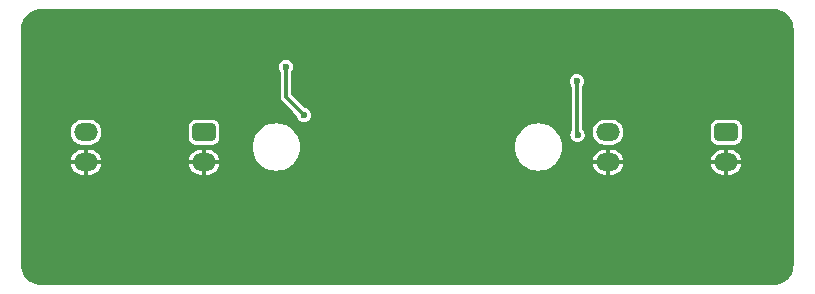
<source format=gbl>
G04 #@! TF.GenerationSoftware,KiCad,Pcbnew,8.0.6*
G04 #@! TF.CreationDate,2025-03-21T23:15:14+00:00*
G04 #@! TF.ProjectId,imu_rc_car_encoders,696d755f-7263-45f6-9361-725f656e636f,rev?*
G04 #@! TF.SameCoordinates,Original*
G04 #@! TF.FileFunction,Copper,L2,Bot*
G04 #@! TF.FilePolarity,Positive*
%FSLAX46Y46*%
G04 Gerber Fmt 4.6, Leading zero omitted, Abs format (unit mm)*
G04 Created by KiCad (PCBNEW 8.0.6) date 2025-03-21 23:15:14*
%MOMM*%
%LPD*%
G01*
G04 APERTURE LIST*
G04 Aperture macros list*
%AMRoundRect*
0 Rectangle with rounded corners*
0 $1 Rounding radius*
0 $2 $3 $4 $5 $6 $7 $8 $9 X,Y pos of 4 corners*
0 Add a 4 corners polygon primitive as box body*
4,1,4,$2,$3,$4,$5,$6,$7,$8,$9,$2,$3,0*
0 Add four circle primitives for the rounded corners*
1,1,$1+$1,$2,$3*
1,1,$1+$1,$4,$5*
1,1,$1+$1,$6,$7*
1,1,$1+$1,$8,$9*
0 Add four rect primitives between the rounded corners*
20,1,$1+$1,$2,$3,$4,$5,0*
20,1,$1+$1,$4,$5,$6,$7,0*
20,1,$1+$1,$6,$7,$8,$9,0*
20,1,$1+$1,$8,$9,$2,$3,0*%
G04 Aperture macros list end*
G04 #@! TA.AperFunction,ComponentPad*
%ADD10RoundRect,0.340500X0.659500X-0.409500X0.659500X0.409500X-0.659500X0.409500X-0.659500X-0.409500X0*%
G04 #@! TD*
G04 #@! TA.AperFunction,ComponentPad*
%ADD11O,2.000000X1.500000*%
G04 #@! TD*
G04 #@! TA.AperFunction,ViaPad*
%ADD12C,0.600000*%
G04 #@! TD*
G04 #@! TA.AperFunction,Conductor*
%ADD13C,0.300000*%
G04 #@! TD*
G04 APERTURE END LIST*
D10*
X72406606Y-23152627D03*
D11*
X72406606Y-25692627D03*
X62406606Y-25692627D03*
X62406606Y-23152627D03*
D10*
X28200000Y-23152627D03*
D11*
X28200000Y-25692627D03*
X18200000Y-25692627D03*
X18200000Y-23152627D03*
D12*
X69500000Y-32000000D03*
X39500000Y-27000000D03*
X69500000Y-27000000D03*
X54500000Y-32000000D03*
X64500000Y-32000000D03*
X54500000Y-34500000D03*
X77000000Y-32000000D03*
X67000000Y-14500000D03*
X77000000Y-27000000D03*
X19500000Y-14500000D03*
X62000000Y-14500000D03*
X52000000Y-27000000D03*
X52000000Y-29500000D03*
X32000000Y-17000000D03*
X47000000Y-34500000D03*
X27000000Y-14500000D03*
X77000000Y-29500000D03*
X57000000Y-19500000D03*
X74500000Y-17000000D03*
X22000000Y-17000000D03*
X27000000Y-32000000D03*
X22000000Y-29500000D03*
X14500000Y-14500000D03*
X69500000Y-14500000D03*
X44500000Y-32000000D03*
X59500000Y-34500000D03*
X14500000Y-29500000D03*
X69500000Y-29500000D03*
X64500000Y-17000000D03*
X32000000Y-14500000D03*
X74500000Y-29500000D03*
X14500000Y-27000000D03*
X77000000Y-14500000D03*
X64500000Y-19500000D03*
X22000000Y-27000000D03*
X24500000Y-32000000D03*
X74500000Y-22000000D03*
X77000000Y-24500000D03*
X72000000Y-29500000D03*
X77000000Y-22000000D03*
X57000000Y-32000000D03*
X22000000Y-14500000D03*
X49500000Y-24500000D03*
X24500000Y-34500000D03*
X77000000Y-19500000D03*
X42000000Y-32000000D03*
X24500000Y-19500000D03*
X57000000Y-34500000D03*
X77000000Y-34500000D03*
X24500000Y-27000000D03*
X32000000Y-22000000D03*
X74500000Y-27000000D03*
X69500000Y-17000000D03*
X72000000Y-17000000D03*
X29500000Y-14500000D03*
X74500000Y-14500000D03*
X72000000Y-34500000D03*
X77000000Y-17000000D03*
X52000000Y-22000000D03*
X22000000Y-34500000D03*
X37000000Y-34500000D03*
X72000000Y-19500000D03*
X24500000Y-14500000D03*
X29500000Y-34500000D03*
X24500000Y-29500000D03*
X62000000Y-17000000D03*
X64500000Y-29500000D03*
X27000000Y-34500000D03*
X62000000Y-29500000D03*
X14500000Y-34500000D03*
X67000000Y-17000000D03*
X72000000Y-32000000D03*
X37000000Y-27000000D03*
X14500000Y-19500000D03*
X14500000Y-32000000D03*
X19500000Y-29500000D03*
X47000000Y-32000000D03*
X19500000Y-32000000D03*
X32000000Y-27000000D03*
X54500000Y-27000000D03*
X17000000Y-29500000D03*
X17000000Y-19500000D03*
X19500000Y-34500000D03*
X59500000Y-29500000D03*
X32000000Y-34500000D03*
X74500000Y-24500000D03*
X59500000Y-32000000D03*
X62000000Y-32000000D03*
X14500000Y-17000000D03*
X19500000Y-19500000D03*
X17000000Y-14500000D03*
X62000000Y-19500000D03*
X72000000Y-14500000D03*
X57000000Y-17000000D03*
X22000000Y-19500000D03*
X27000000Y-17000000D03*
X14500000Y-24500000D03*
X54500000Y-22000000D03*
X69500000Y-34500000D03*
X22000000Y-32000000D03*
X74500000Y-32000000D03*
X69500000Y-19500000D03*
X59500000Y-14500000D03*
X74500000Y-19500000D03*
X14500000Y-22000000D03*
X57000000Y-29500000D03*
X34500000Y-34500000D03*
X67000000Y-32000000D03*
X17000000Y-32000000D03*
X64500000Y-14500000D03*
X44500000Y-34500000D03*
X19500000Y-17000000D03*
X17000000Y-34500000D03*
X62000000Y-34500000D03*
X42000000Y-34500000D03*
X29500000Y-17000000D03*
X32000000Y-29500000D03*
X74500000Y-34500000D03*
X24500000Y-17000000D03*
X39500000Y-29500000D03*
X67000000Y-34500000D03*
X67000000Y-29500000D03*
X54500000Y-29500000D03*
X52000000Y-24500000D03*
X64500000Y-34500000D03*
X17000000Y-17000000D03*
X67000000Y-19500000D03*
X59820000Y-23380000D03*
X59760000Y-18840000D03*
X35130000Y-17620000D03*
X36660000Y-21720000D03*
D13*
X35130000Y-20190000D02*
X35130000Y-17620000D01*
X59820000Y-23380000D02*
X59760000Y-23320000D01*
X59760000Y-23320000D02*
X59760000Y-18840000D01*
X36660000Y-21720000D02*
X35130000Y-20190000D01*
G04 #@! TA.AperFunction,Conductor*
G36*
X76419524Y-12715094D02*
G01*
X76442311Y-12716723D01*
X76645445Y-12731253D01*
X76666477Y-12734277D01*
X76882603Y-12781293D01*
X76902998Y-12787282D01*
X77110216Y-12864573D01*
X77129552Y-12873403D01*
X77323671Y-12979402D01*
X77341555Y-12990896D01*
X77518603Y-13123434D01*
X77534666Y-13137352D01*
X77691062Y-13293750D01*
X77704975Y-13309806D01*
X77823645Y-13468334D01*
X77837519Y-13486868D01*
X77849012Y-13504752D01*
X77955005Y-13698866D01*
X77963836Y-13718204D01*
X78041124Y-13925427D01*
X78047113Y-13945825D01*
X78094124Y-14161938D01*
X78097149Y-14182981D01*
X78113333Y-14409299D01*
X78113713Y-14419927D01*
X78113713Y-14473808D01*
X78113714Y-14473821D01*
X78113714Y-34408894D01*
X78113334Y-34419525D01*
X78097174Y-34645442D01*
X78094149Y-34666484D01*
X78047134Y-34882606D01*
X78041144Y-34903004D01*
X77963855Y-35110221D01*
X77955024Y-35129559D01*
X77849026Y-35323677D01*
X77837533Y-35341560D01*
X77704992Y-35518614D01*
X77691070Y-35534681D01*
X77534681Y-35691070D01*
X77518614Y-35704992D01*
X77341560Y-35837533D01*
X77323677Y-35849026D01*
X77129559Y-35955024D01*
X77110221Y-35963855D01*
X76903004Y-36041144D01*
X76882606Y-36047134D01*
X76666484Y-36094149D01*
X76645442Y-36097174D01*
X76450276Y-36111134D01*
X76419523Y-36113334D01*
X76408895Y-36113714D01*
X14473821Y-36113714D01*
X14473809Y-36113713D01*
X14419526Y-36113713D01*
X14408898Y-36113333D01*
X14182977Y-36097177D01*
X14161934Y-36094152D01*
X13945817Y-36047140D01*
X13925419Y-36041151D01*
X13718192Y-35963861D01*
X13698854Y-35955030D01*
X13504735Y-35849035D01*
X13486850Y-35837541D01*
X13309795Y-35705001D01*
X13293729Y-35691080D01*
X13137335Y-35534688D01*
X13123413Y-35518621D01*
X12990872Y-35341570D01*
X12979378Y-35323686D01*
X12966933Y-35300895D01*
X12873375Y-35129558D01*
X12864550Y-35110232D01*
X12787255Y-34903002D01*
X12781267Y-34882610D01*
X12769746Y-34829653D01*
X12734249Y-34666484D01*
X12731225Y-34645442D01*
X12724639Y-34553370D01*
X12715094Y-34419915D01*
X12714714Y-34409285D01*
X12714714Y-25542626D01*
X16909266Y-25542626D01*
X16909267Y-25542627D01*
X17826082Y-25542627D01*
X17800000Y-25639966D01*
X17800000Y-25745288D01*
X17826082Y-25842627D01*
X16909266Y-25842627D01*
X16940349Y-25998898D01*
X16940350Y-25998900D01*
X17019499Y-26189984D01*
X17019504Y-26189994D01*
X17134410Y-26361961D01*
X17134414Y-26361966D01*
X17280660Y-26508212D01*
X17280665Y-26508216D01*
X17452632Y-26623122D01*
X17452642Y-26623127D01*
X17643726Y-26702276D01*
X17643728Y-26702277D01*
X17846584Y-26742627D01*
X18050000Y-26742627D01*
X18050000Y-26066545D01*
X18147339Y-26092627D01*
X18252661Y-26092627D01*
X18350000Y-26066545D01*
X18350000Y-26742627D01*
X18553416Y-26742627D01*
X18756271Y-26702277D01*
X18756273Y-26702276D01*
X18947357Y-26623127D01*
X18947367Y-26623122D01*
X19119334Y-26508216D01*
X19119339Y-26508212D01*
X19265585Y-26361966D01*
X19265589Y-26361961D01*
X19380495Y-26189994D01*
X19380500Y-26189984D01*
X19459649Y-25998900D01*
X19459650Y-25998898D01*
X19490734Y-25842627D01*
X18573918Y-25842627D01*
X18600000Y-25745288D01*
X18600000Y-25639966D01*
X18573918Y-25542627D01*
X19490733Y-25542627D01*
X19490733Y-25542626D01*
X26909266Y-25542626D01*
X26909267Y-25542627D01*
X27826082Y-25542627D01*
X27800000Y-25639966D01*
X27800000Y-25745288D01*
X27826082Y-25842627D01*
X26909266Y-25842627D01*
X26940349Y-25998898D01*
X26940350Y-25998900D01*
X27019499Y-26189984D01*
X27019504Y-26189994D01*
X27134410Y-26361961D01*
X27134414Y-26361966D01*
X27280660Y-26508212D01*
X27280665Y-26508216D01*
X27452632Y-26623122D01*
X27452642Y-26623127D01*
X27643726Y-26702276D01*
X27643728Y-26702277D01*
X27846584Y-26742627D01*
X28050000Y-26742627D01*
X28050000Y-26066545D01*
X28147339Y-26092627D01*
X28252661Y-26092627D01*
X28350000Y-26066545D01*
X28350000Y-26742627D01*
X28553416Y-26742627D01*
X28756271Y-26702277D01*
X28756273Y-26702276D01*
X28947357Y-26623127D01*
X28947367Y-26623122D01*
X29119334Y-26508216D01*
X29119339Y-26508212D01*
X29265585Y-26361966D01*
X29265589Y-26361961D01*
X29380495Y-26189994D01*
X29380500Y-26189984D01*
X29459649Y-25998900D01*
X29459650Y-25998898D01*
X29490734Y-25842627D01*
X28573918Y-25842627D01*
X28600000Y-25745288D01*
X28600000Y-25639966D01*
X28573918Y-25542627D01*
X29490733Y-25542627D01*
X29490733Y-25542626D01*
X29459650Y-25386355D01*
X29459649Y-25386353D01*
X29380500Y-25195269D01*
X29380495Y-25195259D01*
X29265589Y-25023292D01*
X29265585Y-25023287D01*
X29119339Y-24877041D01*
X29119334Y-24877037D01*
X28947367Y-24762131D01*
X28947357Y-24762126D01*
X28756273Y-24682977D01*
X28756271Y-24682976D01*
X28553416Y-24642627D01*
X28350000Y-24642627D01*
X28350000Y-25318708D01*
X28252661Y-25292627D01*
X28147339Y-25292627D01*
X28050000Y-25318708D01*
X28050000Y-24642627D01*
X27846584Y-24642627D01*
X27643728Y-24682976D01*
X27643726Y-24682977D01*
X27452642Y-24762126D01*
X27452632Y-24762131D01*
X27280665Y-24877037D01*
X27280660Y-24877041D01*
X27134414Y-25023287D01*
X27134410Y-25023292D01*
X27019504Y-25195259D01*
X27019499Y-25195269D01*
X26940350Y-25386353D01*
X26940349Y-25386355D01*
X26909266Y-25542626D01*
X19490733Y-25542626D01*
X19459650Y-25386355D01*
X19459649Y-25386353D01*
X19380500Y-25195269D01*
X19380495Y-25195259D01*
X19265589Y-25023292D01*
X19265585Y-25023287D01*
X19119339Y-24877041D01*
X19119334Y-24877037D01*
X18947367Y-24762131D01*
X18947357Y-24762126D01*
X18756273Y-24682977D01*
X18756271Y-24682976D01*
X18553416Y-24642627D01*
X18350000Y-24642627D01*
X18350000Y-25318708D01*
X18252661Y-25292627D01*
X18147339Y-25292627D01*
X18050000Y-25318708D01*
X18050000Y-24642627D01*
X17846584Y-24642627D01*
X17643728Y-24682976D01*
X17643726Y-24682977D01*
X17452642Y-24762126D01*
X17452632Y-24762131D01*
X17280665Y-24877037D01*
X17280660Y-24877041D01*
X17134414Y-25023287D01*
X17134410Y-25023292D01*
X17019504Y-25195259D01*
X17019499Y-25195269D01*
X16940350Y-25386353D01*
X16940349Y-25386355D01*
X16909266Y-25542626D01*
X12714714Y-25542626D01*
X12714714Y-24414305D01*
X32304297Y-24414305D01*
X32304297Y-24414316D01*
X32324709Y-24699728D01*
X32324711Y-24699738D01*
X32385536Y-24979351D01*
X32485540Y-25247473D01*
X32622678Y-25498623D01*
X32688032Y-25585925D01*
X32794168Y-25727706D01*
X32996512Y-25930050D01*
X33088485Y-25998900D01*
X33225594Y-26101539D01*
X33387588Y-26189994D01*
X33476746Y-26238678D01*
X33744861Y-26338680D01*
X34024479Y-26399507D01*
X34024486Y-26399507D01*
X34024489Y-26399508D01*
X34309902Y-26419921D01*
X34309907Y-26419921D01*
X34309912Y-26419921D01*
X34595324Y-26399508D01*
X34595325Y-26399507D01*
X34595335Y-26399507D01*
X34874953Y-26338680D01*
X35143068Y-26238678D01*
X35282818Y-26162368D01*
X35394219Y-26101539D01*
X35406124Y-26092627D01*
X35623302Y-25930050D01*
X35825646Y-25727706D01*
X35997133Y-25498626D01*
X36134274Y-25247472D01*
X36234276Y-24979357D01*
X36295103Y-24699739D01*
X36315517Y-24414311D01*
X36315517Y-24414305D01*
X54504297Y-24414305D01*
X54504297Y-24414316D01*
X54524709Y-24699728D01*
X54524711Y-24699738D01*
X54585536Y-24979351D01*
X54685540Y-25247473D01*
X54822678Y-25498623D01*
X54888032Y-25585925D01*
X54994168Y-25727706D01*
X55196512Y-25930050D01*
X55288485Y-25998900D01*
X55425594Y-26101539D01*
X55587588Y-26189994D01*
X55676746Y-26238678D01*
X55944861Y-26338680D01*
X56224479Y-26399507D01*
X56224486Y-26399507D01*
X56224489Y-26399508D01*
X56509902Y-26419921D01*
X56509907Y-26419921D01*
X56509912Y-26419921D01*
X56795324Y-26399508D01*
X56795325Y-26399507D01*
X56795335Y-26399507D01*
X57074953Y-26338680D01*
X57343068Y-26238678D01*
X57482818Y-26162368D01*
X57594219Y-26101539D01*
X57606124Y-26092627D01*
X57823302Y-25930050D01*
X58025646Y-25727706D01*
X58164195Y-25542626D01*
X61115872Y-25542626D01*
X61115873Y-25542627D01*
X62032688Y-25542627D01*
X62006606Y-25639966D01*
X62006606Y-25745288D01*
X62032688Y-25842627D01*
X61115872Y-25842627D01*
X61146955Y-25998898D01*
X61146956Y-25998900D01*
X61226105Y-26189984D01*
X61226110Y-26189994D01*
X61341016Y-26361961D01*
X61341020Y-26361966D01*
X61487266Y-26508212D01*
X61487271Y-26508216D01*
X61659238Y-26623122D01*
X61659248Y-26623127D01*
X61850332Y-26702276D01*
X61850334Y-26702277D01*
X62053190Y-26742627D01*
X62256606Y-26742627D01*
X62256606Y-26066545D01*
X62353945Y-26092627D01*
X62459267Y-26092627D01*
X62556606Y-26066545D01*
X62556606Y-26742627D01*
X62760022Y-26742627D01*
X62962877Y-26702277D01*
X62962879Y-26702276D01*
X63153963Y-26623127D01*
X63153973Y-26623122D01*
X63325940Y-26508216D01*
X63325945Y-26508212D01*
X63472191Y-26361966D01*
X63472195Y-26361961D01*
X63587101Y-26189994D01*
X63587106Y-26189984D01*
X63666255Y-25998900D01*
X63666256Y-25998898D01*
X63697340Y-25842627D01*
X62780524Y-25842627D01*
X62806606Y-25745288D01*
X62806606Y-25639966D01*
X62780524Y-25542627D01*
X63697339Y-25542627D01*
X63697339Y-25542626D01*
X71115872Y-25542626D01*
X71115873Y-25542627D01*
X72032688Y-25542627D01*
X72006606Y-25639966D01*
X72006606Y-25745288D01*
X72032688Y-25842627D01*
X71115872Y-25842627D01*
X71146955Y-25998898D01*
X71146956Y-25998900D01*
X71226105Y-26189984D01*
X71226110Y-26189994D01*
X71341016Y-26361961D01*
X71341020Y-26361966D01*
X71487266Y-26508212D01*
X71487271Y-26508216D01*
X71659238Y-26623122D01*
X71659248Y-26623127D01*
X71850332Y-26702276D01*
X71850334Y-26702277D01*
X72053190Y-26742627D01*
X72256606Y-26742627D01*
X72256606Y-26066545D01*
X72353945Y-26092627D01*
X72459267Y-26092627D01*
X72556606Y-26066545D01*
X72556606Y-26742627D01*
X72760022Y-26742627D01*
X72962877Y-26702277D01*
X72962879Y-26702276D01*
X73153963Y-26623127D01*
X73153973Y-26623122D01*
X73325940Y-26508216D01*
X73325945Y-26508212D01*
X73472191Y-26361966D01*
X73472195Y-26361961D01*
X73587101Y-26189994D01*
X73587106Y-26189984D01*
X73666255Y-25998900D01*
X73666256Y-25998898D01*
X73697340Y-25842627D01*
X72780524Y-25842627D01*
X72806606Y-25745288D01*
X72806606Y-25639966D01*
X72780524Y-25542627D01*
X73697339Y-25542627D01*
X73697339Y-25542626D01*
X73666256Y-25386355D01*
X73666255Y-25386353D01*
X73587106Y-25195269D01*
X73587101Y-25195259D01*
X73472195Y-25023292D01*
X73472191Y-25023287D01*
X73325945Y-24877041D01*
X73325940Y-24877037D01*
X73153973Y-24762131D01*
X73153963Y-24762126D01*
X72962879Y-24682977D01*
X72962877Y-24682976D01*
X72760022Y-24642627D01*
X72556606Y-24642627D01*
X72556606Y-25318708D01*
X72459267Y-25292627D01*
X72353945Y-25292627D01*
X72256606Y-25318708D01*
X72256606Y-24642627D01*
X72053190Y-24642627D01*
X71850334Y-24682976D01*
X71850332Y-24682977D01*
X71659248Y-24762126D01*
X71659238Y-24762131D01*
X71487271Y-24877037D01*
X71487266Y-24877041D01*
X71341020Y-25023287D01*
X71341016Y-25023292D01*
X71226110Y-25195259D01*
X71226105Y-25195269D01*
X71146956Y-25386353D01*
X71146955Y-25386355D01*
X71115872Y-25542626D01*
X63697339Y-25542626D01*
X63666256Y-25386355D01*
X63666255Y-25386353D01*
X63587106Y-25195269D01*
X63587101Y-25195259D01*
X63472195Y-25023292D01*
X63472191Y-25023287D01*
X63325945Y-24877041D01*
X63325940Y-24877037D01*
X63153973Y-24762131D01*
X63153963Y-24762126D01*
X62962879Y-24682977D01*
X62962877Y-24682976D01*
X62760022Y-24642627D01*
X62556606Y-24642627D01*
X62556606Y-25318708D01*
X62459267Y-25292627D01*
X62353945Y-25292627D01*
X62256606Y-25318708D01*
X62256606Y-24642627D01*
X62053190Y-24642627D01*
X61850334Y-24682976D01*
X61850332Y-24682977D01*
X61659248Y-24762126D01*
X61659238Y-24762131D01*
X61487271Y-24877037D01*
X61487266Y-24877041D01*
X61341020Y-25023287D01*
X61341016Y-25023292D01*
X61226110Y-25195259D01*
X61226105Y-25195269D01*
X61146956Y-25386353D01*
X61146955Y-25386355D01*
X61115872Y-25542626D01*
X58164195Y-25542626D01*
X58197133Y-25498626D01*
X58334274Y-25247472D01*
X58434276Y-24979357D01*
X58495103Y-24699739D01*
X58515517Y-24414311D01*
X58500208Y-24200267D01*
X58495104Y-24128893D01*
X58495103Y-24128890D01*
X58495103Y-24128883D01*
X58434276Y-23849265D01*
X58334274Y-23581150D01*
X58310036Y-23536762D01*
X58197135Y-23329998D01*
X58117215Y-23223238D01*
X58025646Y-23100916D01*
X57823302Y-22898572D01*
X57732287Y-22830439D01*
X57594219Y-22727082D01*
X57343069Y-22589944D01*
X57179361Y-22528884D01*
X57074953Y-22489942D01*
X57074951Y-22489941D01*
X57074947Y-22489940D01*
X56862005Y-22443618D01*
X56795335Y-22429115D01*
X56795333Y-22429114D01*
X56795324Y-22429113D01*
X56509912Y-22408701D01*
X56509902Y-22408701D01*
X56224489Y-22429113D01*
X56224479Y-22429115D01*
X55944866Y-22489940D01*
X55676744Y-22589944D01*
X55425594Y-22727082D01*
X55196513Y-22898571D01*
X54994167Y-23100917D01*
X54822678Y-23329998D01*
X54685540Y-23581148D01*
X54585536Y-23849270D01*
X54524711Y-24128883D01*
X54524709Y-24128893D01*
X54504297Y-24414305D01*
X36315517Y-24414305D01*
X36300208Y-24200267D01*
X36295104Y-24128893D01*
X36295103Y-24128890D01*
X36295103Y-24128883D01*
X36234276Y-23849265D01*
X36134274Y-23581150D01*
X36110036Y-23536762D01*
X35997135Y-23329998D01*
X35917215Y-23223238D01*
X35825646Y-23100916D01*
X35623302Y-22898572D01*
X35532287Y-22830439D01*
X35394219Y-22727082D01*
X35143069Y-22589944D01*
X34979361Y-22528884D01*
X34874953Y-22489942D01*
X34874951Y-22489941D01*
X34874947Y-22489940D01*
X34662005Y-22443618D01*
X34595335Y-22429115D01*
X34595333Y-22429114D01*
X34595324Y-22429113D01*
X34309912Y-22408701D01*
X34309902Y-22408701D01*
X34024489Y-22429113D01*
X34024479Y-22429115D01*
X33744866Y-22489940D01*
X33476744Y-22589944D01*
X33225594Y-22727082D01*
X32996513Y-22898571D01*
X32794167Y-23100917D01*
X32622678Y-23329998D01*
X32485540Y-23581148D01*
X32385536Y-23849270D01*
X32324711Y-24128883D01*
X32324709Y-24128893D01*
X32304297Y-24414305D01*
X12714714Y-24414305D01*
X12714714Y-23049161D01*
X16899500Y-23049161D01*
X16899500Y-23256092D01*
X16939869Y-23459044D01*
X17019057Y-23650223D01*
X17134022Y-23822281D01*
X17280345Y-23968604D01*
X17452403Y-24083569D01*
X17531591Y-24116369D01*
X17643580Y-24162757D01*
X17846535Y-24203127D01*
X18553465Y-24203127D01*
X18756420Y-24162757D01*
X18947598Y-24083568D01*
X19119655Y-23968604D01*
X19265977Y-23822282D01*
X19380941Y-23650225D01*
X19460130Y-23459047D01*
X19500500Y-23256092D01*
X19500500Y-23049162D01*
X19460130Y-22846207D01*
X19390619Y-22678393D01*
X26899500Y-22678393D01*
X26899500Y-23626861D01*
X26901339Y-23650223D01*
X26902360Y-23663202D01*
X26902361Y-23663204D01*
X26947541Y-23818717D01*
X26947542Y-23818719D01*
X26947543Y-23818722D01*
X27029985Y-23958123D01*
X27144504Y-24072642D01*
X27283905Y-24155084D01*
X27439423Y-24200265D01*
X27439424Y-24200266D01*
X27439428Y-24200267D01*
X27475766Y-24203127D01*
X27475774Y-24203127D01*
X28924226Y-24203127D01*
X28924234Y-24203127D01*
X28960572Y-24200267D01*
X29116095Y-24155084D01*
X29255496Y-24072642D01*
X29370015Y-23958123D01*
X29452457Y-23818722D01*
X29497640Y-23663199D01*
X29500500Y-23626861D01*
X29500500Y-22678393D01*
X29497640Y-22642055D01*
X29452457Y-22486532D01*
X29370015Y-22347131D01*
X29255496Y-22232612D01*
X29237021Y-22221686D01*
X29200177Y-22199896D01*
X29116095Y-22150170D01*
X29116092Y-22150169D01*
X29116090Y-22150168D01*
X28960577Y-22104988D01*
X28960575Y-22104987D01*
X28950661Y-22104207D01*
X28924234Y-22102127D01*
X27475766Y-22102127D01*
X27451540Y-22104033D01*
X27439424Y-22104987D01*
X27439422Y-22104988D01*
X27283909Y-22150168D01*
X27283903Y-22150171D01*
X27144511Y-22232607D01*
X27144506Y-22232610D01*
X27144504Y-22232612D01*
X27144502Y-22232614D01*
X27029987Y-22347129D01*
X27029980Y-22347138D01*
X26947544Y-22486530D01*
X26947541Y-22486536D01*
X26902361Y-22642049D01*
X26902360Y-22642051D01*
X26902360Y-22642055D01*
X26899500Y-22678393D01*
X19390619Y-22678393D01*
X19380942Y-22655030D01*
X19265977Y-22482972D01*
X19119654Y-22336649D01*
X18947596Y-22221684D01*
X18789219Y-22156082D01*
X18756420Y-22142497D01*
X18756418Y-22142496D01*
X18756417Y-22142496D01*
X18553465Y-22102127D01*
X17846535Y-22102127D01*
X17643582Y-22142496D01*
X17452403Y-22221684D01*
X17280345Y-22336649D01*
X17134022Y-22482972D01*
X17019057Y-22655030D01*
X16939869Y-22846209D01*
X16899500Y-23049161D01*
X12714714Y-23049161D01*
X12714714Y-17619997D01*
X34524318Y-17619997D01*
X34524318Y-17620002D01*
X34544954Y-17776759D01*
X34605462Y-17922840D01*
X34605463Y-17922841D01*
X34648708Y-17979197D01*
X34678225Y-18050453D01*
X34679500Y-18069904D01*
X34679500Y-20249310D01*
X34703713Y-20339672D01*
X34710202Y-20363891D01*
X34769506Y-20466607D01*
X34769509Y-20466611D01*
X34769511Y-20466614D01*
X35720055Y-21417159D01*
X36023317Y-21720421D01*
X36061881Y-21787216D01*
X36065683Y-21806330D01*
X36074956Y-21876762D01*
X36135463Y-22022840D01*
X36198497Y-22104987D01*
X36231718Y-22148282D01*
X36357159Y-22244536D01*
X36503238Y-22305044D01*
X36503241Y-22305044D01*
X36503243Y-22305045D01*
X36503240Y-22305045D01*
X36659997Y-22325682D01*
X36660000Y-22325682D01*
X36660003Y-22325682D01*
X36816757Y-22305045D01*
X36816758Y-22305044D01*
X36816762Y-22305044D01*
X36962841Y-22244536D01*
X37088282Y-22148282D01*
X37184536Y-22022841D01*
X37245044Y-21876762D01*
X37254317Y-21806330D01*
X37265682Y-21720002D01*
X37265682Y-21719997D01*
X37245045Y-21563242D01*
X37245044Y-21563240D01*
X37245044Y-21563238D01*
X37184536Y-21417159D01*
X37088282Y-21291718D01*
X36962841Y-21195464D01*
X36962840Y-21195463D01*
X36816762Y-21134956D01*
X36746330Y-21125683D01*
X36675073Y-21096167D01*
X36660421Y-21083317D01*
X35624141Y-20047037D01*
X35585577Y-19980242D01*
X35580500Y-19941678D01*
X35580500Y-18839997D01*
X59154318Y-18839997D01*
X59154318Y-18840002D01*
X59174954Y-18996759D01*
X59235462Y-19142840D01*
X59235463Y-19142841D01*
X59278708Y-19199197D01*
X59308225Y-19270453D01*
X59309500Y-19289904D01*
X59309500Y-23013635D01*
X59298158Y-23070655D01*
X59234954Y-23223242D01*
X59214318Y-23379997D01*
X59214318Y-23380002D01*
X59234954Y-23536757D01*
X59295463Y-23682840D01*
X59295464Y-23682841D01*
X59391718Y-23808282D01*
X59517159Y-23904536D01*
X59663238Y-23965044D01*
X59663241Y-23965044D01*
X59663243Y-23965045D01*
X59663240Y-23965045D01*
X59819997Y-23985682D01*
X59820000Y-23985682D01*
X59820003Y-23985682D01*
X59976757Y-23965045D01*
X59976758Y-23965044D01*
X59976762Y-23965044D01*
X60122841Y-23904536D01*
X60248282Y-23808282D01*
X60344536Y-23682841D01*
X60405044Y-23536762D01*
X60415276Y-23459047D01*
X60425682Y-23380002D01*
X60425682Y-23379997D01*
X60405045Y-23223242D01*
X60405044Y-23223240D01*
X60405044Y-23223238D01*
X60344536Y-23077159D01*
X60323053Y-23049161D01*
X61106106Y-23049161D01*
X61106106Y-23256092D01*
X61146475Y-23459044D01*
X61225663Y-23650223D01*
X61340628Y-23822281D01*
X61486951Y-23968604D01*
X61659009Y-24083569D01*
X61738197Y-24116369D01*
X61850186Y-24162757D01*
X62053141Y-24203127D01*
X62760071Y-24203127D01*
X62963026Y-24162757D01*
X63154204Y-24083568D01*
X63326261Y-23968604D01*
X63472583Y-23822282D01*
X63587547Y-23650225D01*
X63666736Y-23459047D01*
X63707106Y-23256092D01*
X63707106Y-23049162D01*
X63666736Y-22846207D01*
X63597225Y-22678393D01*
X71106106Y-22678393D01*
X71106106Y-23626861D01*
X71107945Y-23650223D01*
X71108966Y-23663202D01*
X71108967Y-23663204D01*
X71154147Y-23818717D01*
X71154148Y-23818719D01*
X71154149Y-23818722D01*
X71236591Y-23958123D01*
X71351110Y-24072642D01*
X71490511Y-24155084D01*
X71646029Y-24200265D01*
X71646030Y-24200266D01*
X71646034Y-24200267D01*
X71682372Y-24203127D01*
X71682380Y-24203127D01*
X73130832Y-24203127D01*
X73130840Y-24203127D01*
X73167178Y-24200267D01*
X73322701Y-24155084D01*
X73462102Y-24072642D01*
X73576621Y-23958123D01*
X73659063Y-23818722D01*
X73704246Y-23663199D01*
X73707106Y-23626861D01*
X73707106Y-22678393D01*
X73704246Y-22642055D01*
X73659063Y-22486532D01*
X73576621Y-22347131D01*
X73462102Y-22232612D01*
X73443627Y-22221686D01*
X73406783Y-22199896D01*
X73322701Y-22150170D01*
X73322698Y-22150169D01*
X73322696Y-22150168D01*
X73167183Y-22104988D01*
X73167181Y-22104987D01*
X73157267Y-22104207D01*
X73130840Y-22102127D01*
X71682372Y-22102127D01*
X71658146Y-22104033D01*
X71646030Y-22104987D01*
X71646028Y-22104988D01*
X71490515Y-22150168D01*
X71490509Y-22150171D01*
X71351117Y-22232607D01*
X71351112Y-22232610D01*
X71351110Y-22232612D01*
X71351108Y-22232614D01*
X71236593Y-22347129D01*
X71236586Y-22347138D01*
X71154150Y-22486530D01*
X71154147Y-22486536D01*
X71108967Y-22642049D01*
X71108966Y-22642051D01*
X71108966Y-22642055D01*
X71106106Y-22678393D01*
X63597225Y-22678393D01*
X63587548Y-22655030D01*
X63472583Y-22482972D01*
X63326260Y-22336649D01*
X63154202Y-22221684D01*
X62995825Y-22156082D01*
X62963026Y-22142497D01*
X62963024Y-22142496D01*
X62963023Y-22142496D01*
X62760071Y-22102127D01*
X62053141Y-22102127D01*
X61850188Y-22142496D01*
X61659009Y-22221684D01*
X61486951Y-22336649D01*
X61340628Y-22482972D01*
X61225663Y-22655030D01*
X61146475Y-22846209D01*
X61106106Y-23049161D01*
X60323053Y-23049161D01*
X60300363Y-23019591D01*
X60242337Y-22943970D01*
X60245072Y-22941870D01*
X60215577Y-22890782D01*
X60210500Y-22852218D01*
X60210500Y-19289904D01*
X60230462Y-19215404D01*
X60241292Y-19199197D01*
X60284536Y-19142841D01*
X60284537Y-19142840D01*
X60345045Y-18996759D01*
X60365682Y-18840002D01*
X60365682Y-18839997D01*
X60345045Y-18683242D01*
X60345044Y-18683240D01*
X60345044Y-18683238D01*
X60284536Y-18537159D01*
X60188282Y-18411718D01*
X60062841Y-18315464D01*
X60062840Y-18315463D01*
X59982944Y-18282369D01*
X59916762Y-18254956D01*
X59916760Y-18254955D01*
X59916756Y-18254954D01*
X59916759Y-18254954D01*
X59760003Y-18234318D01*
X59759997Y-18234318D01*
X59603242Y-18254954D01*
X59457159Y-18315463D01*
X59331718Y-18411717D01*
X59331717Y-18411718D01*
X59235463Y-18537159D01*
X59174954Y-18683242D01*
X59154318Y-18839997D01*
X35580500Y-18839997D01*
X35580500Y-18069904D01*
X35600462Y-17995404D01*
X35611292Y-17979197D01*
X35654536Y-17922841D01*
X35654537Y-17922840D01*
X35715045Y-17776759D01*
X35735682Y-17620002D01*
X35735682Y-17619997D01*
X35715045Y-17463242D01*
X35715044Y-17463240D01*
X35715044Y-17463238D01*
X35654536Y-17317159D01*
X35558282Y-17191718D01*
X35432841Y-17095464D01*
X35432840Y-17095463D01*
X35352944Y-17062369D01*
X35286762Y-17034956D01*
X35286760Y-17034955D01*
X35286756Y-17034954D01*
X35286759Y-17034954D01*
X35130003Y-17014318D01*
X35129997Y-17014318D01*
X34973242Y-17034954D01*
X34827159Y-17095463D01*
X34701718Y-17191717D01*
X34701717Y-17191718D01*
X34605463Y-17317159D01*
X34544954Y-17463242D01*
X34524318Y-17619997D01*
X12714714Y-17619997D01*
X12714714Y-14419527D01*
X12715094Y-14408898D01*
X12724666Y-14275061D01*
X12731252Y-14182975D01*
X12734274Y-14161947D01*
X12781290Y-13945819D01*
X12787278Y-13925426D01*
X12864573Y-13718187D01*
X12873398Y-13698866D01*
X12979396Y-13504744D01*
X12990887Y-13486864D01*
X13004754Y-13468340D01*
X13123435Y-13309800D01*
X13137343Y-13293749D01*
X13293748Y-13137345D01*
X13309802Y-13123434D01*
X13486874Y-12990880D01*
X13504734Y-12979402D01*
X13698861Y-12873401D01*
X13718196Y-12864572D01*
X13925426Y-12787279D01*
X13945819Y-12781290D01*
X14161946Y-12734274D01*
X14182974Y-12731252D01*
X14408900Y-12715094D01*
X14419529Y-12714714D01*
X14461808Y-12714714D01*
X76366617Y-12714714D01*
X76408894Y-12714714D01*
X76419524Y-12715094D01*
G37*
G04 #@! TD.AperFunction*
M02*

</source>
